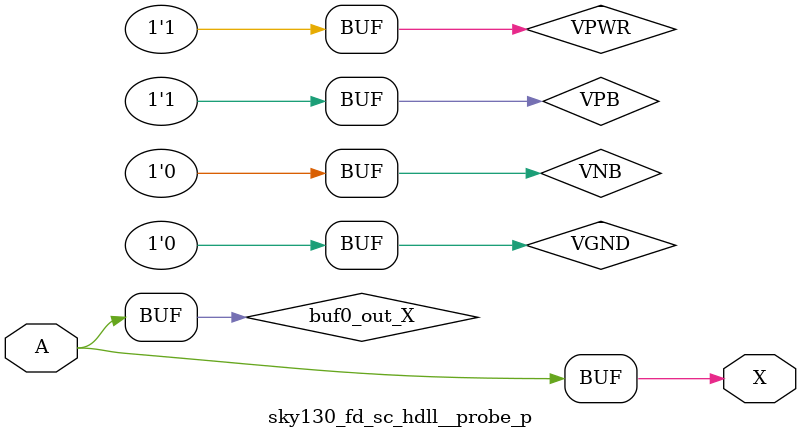
<source format=v>
/*
 * Copyright 2020 The SkyWater PDK Authors
 *
 * Licensed under the Apache License, Version 2.0 (the "License");
 * you may not use this file except in compliance with the License.
 * You may obtain a copy of the License at
 *
 *     https://www.apache.org/licenses/LICENSE-2.0
 *
 * Unless required by applicable law or agreed to in writing, software
 * distributed under the License is distributed on an "AS IS" BASIS,
 * WITHOUT WARRANTIES OR CONDITIONS OF ANY KIND, either express or implied.
 * See the License for the specific language governing permissions and
 * limitations under the License.
 *
 * SPDX-License-Identifier: Apache-2.0
*/


`ifndef SKY130_FD_SC_HDLL__PROBE_P_BEHAVIORAL_V
`define SKY130_FD_SC_HDLL__PROBE_P_BEHAVIORAL_V

/**
 * probe_p: Virtual voltage probe point.
 *
 * Verilog simulation functional model.
 */

`timescale 1ns / 1ps
`default_nettype none

`celldefine
module sky130_fd_sc_hdll__probe_p (
    X,
    A
);

    // Module ports
    output X;
    input  A;

    // Module supplies
    supply1 VPWR;
    supply0 VGND;
    supply1 VPB ;
    supply0 VNB ;

    // Local signals
    wire buf0_out_X;

    //  Name  Output      Other arguments
    buf buf0 (buf0_out_X, A              );
    buf buf1 (X         , buf0_out_X     );

endmodule
`endcelldefine

`default_nettype wire
`endif  // SKY130_FD_SC_HDLL__PROBE_P_BEHAVIORAL_V
</source>
